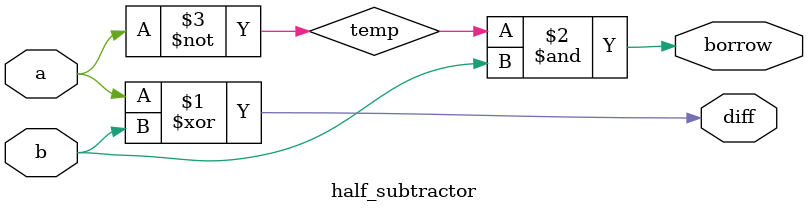
<source format=v>
module half_subtractor (a, b, diff, borrow);
input a, b;
output diff, borrow;
wire temp;

not A1(temp, a);
xor A2(diff, a, b);
and A3(borrow, temp, b);

endmodule
</source>
